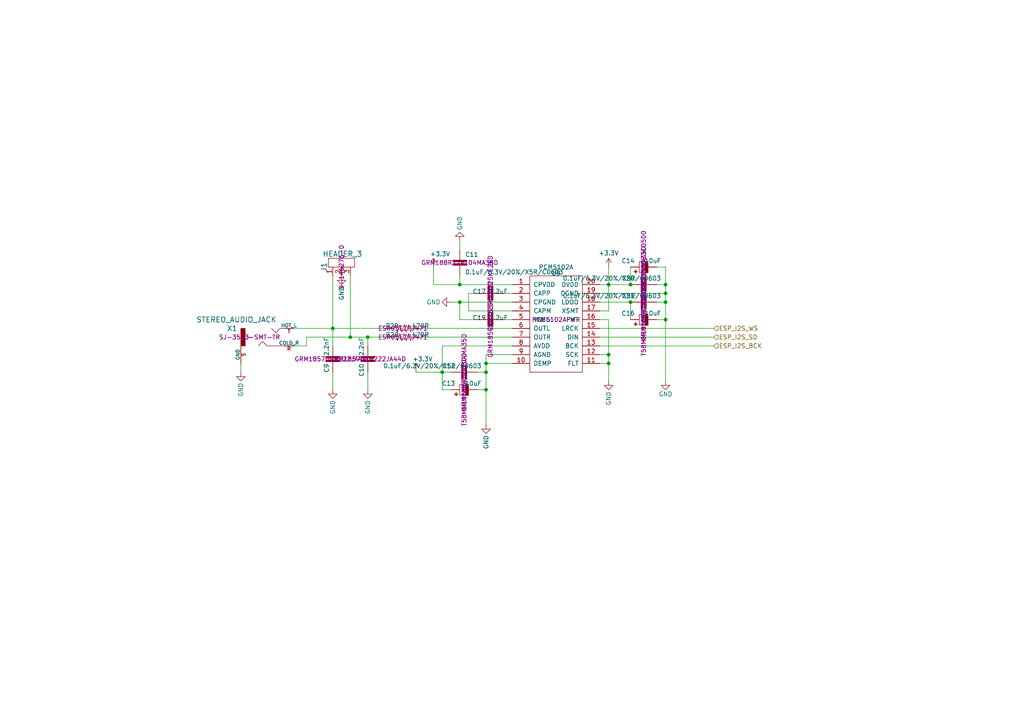
<source format=kicad_sch>
(kicad_sch (version 20250114) (generator "eeschema") (generator_version "9.0")
  (paper "A4")
  (lib_symbols
    (symbol "AgonLight2_Rev_B:+3.3V" (power) (pin_names (offset 0))
      (property "Value" "+3.3V" (at 0 3.556 0))
      (symbol "+3.3V_0_1"
        (polyline (pts (xy -0.762 1.27) (xy 0 2.54)))
        (polyline (pts (xy 0 2.54) (xy 0.762 1.27)))
        (polyline (pts (xy 0 0) (xy 0 2.54)))
      )
      (symbol "+3.3V_1_1"
        (pin power_in line (at 0 0 90) (length 0) (hide yes) (name "+3.3V") (number "1"))
      )
    )
    (symbol "AgonLight2_Rev_B:GND" (power) (pin_names (offset 0))
      (property "Value" "GND" (at 0 -3.81 0))
      (symbol "GND_0_1"
        (polyline (pts (xy 0 0) (xy 0 -1.27) (xy 1.27 -1.27) (xy 0 -2.54) (xy -1.27 -1.27) (xy 0 -1.27)))
      )
      (symbol "GND_1_1"
        (pin power_in line (at 0 0 270) (length 0) (hide yes) (name "GND") (number "1"))
      )
    )
    (symbol "pidac_5102A-rescue:CPOL_EU" (pin_numbers (hide yes)) (pin_names (offset 1.016) (hide yes))
      (property "Reference" "C" (at 1.143 1.7526 0))
      (property "Value" "CPOL_EU" (at 1.143 -3.3274 0))
      (symbol "CPOL_EU_1_0"
        (polyline (pts (xy -1.524 1.27) (xy -1.524 0.381)))
        (polyline (pts (xy -1.524 1.27) (xy 1.524 1.27)))
        (polyline (pts (xy -1.524 0.381) (xy 1.524 0.381)))
        (polyline (pts (xy 1.524 0.381) (xy 1.524 1.27)))
        (text "+" (at -1.2192 2.3114 1) (effects (font (size 1.27 1.27) (bold yes))))
      )
      (symbol "CPOL_EU_1_1"
        (rectangle (start -1.651 -1.27) (end 1.651 -0.381) (fill (type outline)))
        (pin passive line (at 0 3.81 270) (length 2.54) (name "+") (number "1"))
        (pin passive line (at 0 -3.81 90) (length 2.54) (name "-") (number "2"))
      )
    )
    (symbol "pidac_5102A-rescue:C_EU" (pin_numbers (hide yes)) (pin_names (offset 0) (hide yes))
      (property "Reference" "C" (at 1.524 1.651 0))
      (property "Value" "C_EU" (at 1.524 -3.429 0))
      (symbol "C_EU_1_0"
        (polyline (pts (xy 0 1.27) (xy 0 0.762)))
        (polyline (pts (xy 0 -1.27) (xy 0 -0.762)))
      )
      (symbol "C_EU_1_1"
        (rectangle (start -2.032 0.254) (end 2.032 0.762) (fill (type outline)))
        (rectangle (start -2.032 -0.762) (end 2.032 -0.254) (fill (type outline)))
        (pin passive line (at 0 3.81 270) (length 2.54) (name "1") (number "1"))
        (pin passive line (at 0 -3.81 90) (length 2.54) (name "2") (number "2"))
      )
    )
    (symbol "pidac_5102A-rescue:HEADER_3" (pin_names (offset 0))
      (property "Reference" "J" (at 0 5.08 0))
      (property "Value" "HEADER_3" (at 0 -5.08 0))
      (symbol "HEADER_3_0_1"
        (rectangle (start 2.54 3.81) (end 0 -3.81))
      )
      (symbol "HEADER_3_1_1"
        (pin passive line (at -2.54 2.54 0) (length 2.54) (name "~") (number "1"))
        (pin passive line (at -2.54 0 0) (length 2.54) (name "~") (number "2"))
        (pin passive line (at -2.54 -2.54 0) (length 2.54) (name "~") (number "3"))
      )
    )
    (symbol "pidac_5102A-rescue:PCM5102A" (pin_names (offset 1.016))
      (property "Reference" "U" (at 0 13.462 0))
      (property "Value" "PCM5102A" (at 0 15.24 0))
      (symbol "PCM5102A_0_1"
        (rectangle (start -7.62 12.7) (end 7.62 -15.24))
      )
      (symbol "PCM5102A_1_1"
        (pin power_in line (at -12.7 10.16 0) (length 5.08) (name "CPVDD") (number "1"))
        (pin output line (at -12.7 7.62 0) (length 5.08) (name "CAPP") (number "2"))
        (pin power_in line (at -12.7 5.08 0) (length 5.08) (name "CPGND") (number "3"))
        (pin output line (at -12.7 2.54 0) (length 5.08) (name "CAPM") (number "4"))
        (pin output line (at -12.7 0 0) (length 5.08) (name "VNEG") (number "5"))
        (pin output line (at -12.7 -2.54 0) (length 5.08) (name "OUTL") (number "6"))
        (pin output line (at -12.7 -5.08 0) (length 5.08) (name "OUTR") (number "7"))
        (pin power_in line (at -12.7 -7.62 0) (length 5.08) (name "AVDD") (number "8"))
        (pin power_in line (at -12.7 -10.16 0) (length 5.08) (name "AGND") (number "9"))
        (pin input line (at -12.7 -12.7 0) (length 5.08) (name "DEMP") (number "10"))
        (pin power_in line (at 12.7 10.16 180) (length 5.08) (name "DVDD") (number "20"))
        (pin power_in line (at 12.7 7.62 180) (length 5.08) (name "DGND") (number "19"))
        (pin power_out line (at 12.7 5.08 180) (length 5.08) (name "LDOO") (number "18"))
        (pin input line (at 12.7 2.54 180) (length 5.08) (name "XSMT") (number "17"))
        (pin input line (at 12.7 0 180) (length 5.08) (name "FMT") (number "16"))
        (pin input line (at 12.7 -2.54 180) (length 5.08) (name "LRCK") (number "15"))
        (pin input line (at 12.7 -5.08 180) (length 5.08) (name "DIN") (number "14"))
        (pin input line (at 12.7 -7.62 180) (length 5.08) (name "BCK") (number "13"))
        (pin input line (at 12.7 -10.16 180) (length 5.08) (name "SCK") (number "12"))
        (pin input line (at 12.7 -12.7 180) (length 5.08) (name "FLT") (number "11"))
      )
    )
    (symbol "pidac_5102A-rescue:R_US" (pin_numbers (hide yes)) (pin_names (offset 1.016) (hide yes))
      (property "Reference" "R" (at -3.81 1.4986 0))
      (property "Value" "R_US" (at -3.81 -3.302 0))
      (symbol "R_US_1_0"
        (polyline (pts (xy -2.54 0) (xy -2.159 1.016)))
        (polyline (pts (xy -2.159 1.016) (xy -1.524 -1.016)))
        (polyline (pts (xy -1.524 -1.016) (xy -0.889 1.016)))
        (polyline (pts (xy -0.889 1.016) (xy -0.254 -1.016)))
        (polyline (pts (xy -0.254 -1.016) (xy 0.381 1.016)))
        (polyline (pts (xy 0.381 1.016) (xy 1.016 -1.016)))
        (polyline (pts (xy 1.016 -1.016) (xy 1.651 1.016)))
        (polyline (pts (xy 1.651 1.016) (xy 2.286 -1.016)))
        (polyline (pts (xy 2.286 -1.016) (xy 2.54 0)))
      )
      (symbol "R_US_1_1"
        (pin passive line (at -5.08 0 0) (length 2.54) (name "1") (number "1"))
        (pin passive line (at 5.08 0 180) (length 2.54) (name "2") (number "2"))
      )
    )
    (symbol "pidac_5102A-rescue:STEREO_AUDIO_JACK" (pin_names (offset 0))
      (property "Reference" "X1" (at 5.08 2.54 0))
      (property "Value" "STEREO_AUDIO_JACK" (at 3.81 5.08 0))
      (property "Datasheet" "~" (at 0 0 0))
      (symbol "STEREO_AUDIO_JACK_0_1"
        (polyline (pts (xy -10.16 -2.54) (xy -10.16 -2.54)))
        (polyline (pts (xy -6.35 2.54) (xy -7.62 1.27) (xy -8.89 2.54) (xy -10.16 2.54)))
        (polyline (pts (xy -2.54 -2.54) (xy -3.81 -1.27) (xy -5.08 -2.54) (xy -10.16 -2.54)))
        (rectangle (start 2.54 -2.54) (end 1.27 2.54) (fill (type outline)))
      )
      (symbol "STEREO_AUDIO_JACK_1_1"
        (pin input line (at -12.7 2.54 0) (length 2.54) (name "HOT_L") (number "T"))
        (pin input line (at -12.7 -2.54 0) (length 2.54) (name "COLD_R") (number "R"))
        (pin input line (at 2.54 -7.62 90) (length 5.08) (name "GND") (number "S"))
      )
    )
  )
  (junction (at 140.97 113.03))
  (junction (at 176.53 105.41))
  (junction (at 193.04 82.55))
  (junction (at 140.97 105.41))
  (junction (at 133.35 87.63))
  (junction (at 193.04 85.09))
  (junction (at 106.68 97.79))
  (junction (at 176.53 102.87))
  (junction (at 193.04 92.71))
  (junction (at 193.04 87.63))
  (junction (at 182.88 82.55))
  (junction (at 133.35 82.55))
  (junction (at 140.97 107.95))
  (junction (at 128.27 107.95))
  (junction (at 176.53 82.55))
  (junction (at 182.88 87.63))
  (junction (at 101.6 97.79))
  (junction (at 96.52 95.25))
  (wire (pts (xy 130.81 113.03) (xy 128.27 113.03)))
  (wire (pts (xy 106.68 97.79) (xy 111.76 97.79)))
  (wire (pts (xy 140.97 107.95) (xy 140.97 113.03)))
  (wire (pts (xy 133.35 92.71) (xy 138.43 92.71)))
  (wire (pts (xy 173.99 105.41) (xy 176.53 105.41)))
  (wire (pts (xy 173.99 92.71) (xy 176.53 92.71)))
  (wire (pts (xy 128.27 100.33) (xy 128.27 107.95)))
  (wire (pts (xy 120.65 107.95) (xy 128.27 107.95)))
  (wire (pts (xy 138.43 107.95) (xy 140.97 107.95)))
  (wire (pts (xy 193.04 82.55) (xy 193.04 85.09)))
  (wire (pts (xy 190.5 77.47) (xy 193.04 77.47)))
  (wire (pts (xy 173.99 90.17) (xy 176.53 90.17)))
  (wire (pts (xy 125.73 82.55) (xy 133.35 82.55)))
  (wire (pts (xy 96.52 95.25) (xy 96.52 100.33)))
  (wire (pts (xy 176.53 82.55) (xy 182.88 82.55)))
  (wire (pts (xy 106.68 107.95) (xy 106.68 113.03)))
  (wire (pts (xy 193.04 87.63) (xy 193.04 85.09)))
  (wire (pts (xy 173.99 100.33) (xy 207.01 100.33)))
  (wire (pts (xy 133.35 82.55) (xy 148.59 82.55)))
  (wire (pts (xy 140.97 105.41) (xy 140.97 107.95)))
  (wire (pts (xy 121.92 95.25) (xy 148.59 95.25)))
  (wire (pts (xy 173.99 87.63) (xy 182.88 87.63)))
  (wire (pts (xy 121.92 97.79) (xy 148.59 97.79)))
  (wire (pts (xy 176.53 92.71) (xy 176.53 102.87)))
  (wire (pts (xy 176.53 90.17) (xy 176.53 82.55)))
  (wire (pts (xy 148.59 100.33) (xy 128.27 100.33)))
  (wire (pts (xy 148.59 102.87) (xy 140.97 102.87)))
  (wire (pts (xy 193.04 110.49) (xy 193.04 92.71)))
  (wire (pts (xy 88.9 100.33) (xy 85.09 100.33)))
  (wire (pts (xy 96.52 80.01) (xy 96.52 95.25)))
  (wire (pts (xy 146.05 92.71) (xy 148.59 92.71)))
  (wire (pts (xy 138.43 113.03) (xy 140.97 113.03)))
  (wire (pts (xy 182.88 87.63) (xy 182.88 92.71)))
  (wire (pts (xy 130.81 87.63) (xy 133.35 87.63)))
  (wire (pts (xy 173.99 95.25) (xy 207.01 95.25)))
  (wire (pts (xy 173.99 97.79) (xy 207.01 97.79)))
  (wire (pts (xy 190.5 92.71) (xy 193.04 92.71)))
  (wire (pts (xy 88.9 97.79) (xy 101.6 97.79)))
  (wire (pts (xy 85.09 95.25) (xy 96.52 95.25)))
  (wire (pts (xy 130.81 107.95) (xy 128.27 107.95)))
  (wire (pts (xy 133.35 87.63) (xy 148.59 87.63)))
  (wire (pts (xy 106.68 97.79) (xy 106.68 100.33)))
  (wire (pts (xy 88.9 97.79) (xy 88.9 100.33)))
  (wire (pts (xy 133.35 80.01) (xy 133.35 82.55)))
  (wire (pts (xy 193.04 77.47) (xy 193.04 82.55)))
  (wire (pts (xy 138.43 85.09) (xy 135.89 85.09)))
  (wire (pts (xy 133.35 92.71) (xy 133.35 87.63)))
  (wire (pts (xy 125.73 82.55) (xy 125.73 77.47)))
  (wire (pts (xy 173.99 102.87) (xy 176.53 102.87)))
  (wire (pts (xy 176.53 82.55) (xy 176.53 77.47)))
  (wire (pts (xy 148.59 105.41) (xy 140.97 105.41)))
  (wire (pts (xy 96.52 107.95) (xy 96.52 113.03)))
  (wire (pts (xy 101.6 80.01) (xy 101.6 97.79)))
  (wire (pts (xy 176.53 105.41) (xy 176.53 102.87)))
  (wire (pts (xy 128.27 107.95) (xy 128.27 113.03)))
  (wire (pts (xy 173.99 85.09) (xy 193.04 85.09)))
  (wire (pts (xy 140.97 102.87) (xy 140.97 105.41)))
  (wire (pts (xy 101.6 97.79) (xy 106.68 97.79)))
  (wire (pts (xy 140.97 113.03) (xy 140.97 123.19)))
  (wire (pts (xy 135.89 85.09) (xy 135.89 90.17)))
  (wire (pts (xy 135.89 90.17) (xy 148.59 90.17)))
  (wire (pts (xy 133.35 72.39) (xy 133.35 69.85)))
  (wire (pts (xy 193.04 87.63) (xy 190.5 87.63)))
  (wire (pts (xy 190.5 82.55) (xy 193.04 82.55)))
  (wire (pts (xy 176.53 105.41) (xy 176.53 110.49)))
  (wire (pts (xy 173.99 82.55) (xy 176.53 82.55)))
  (wire (pts (xy 193.04 92.71) (xy 193.04 87.63)))
  (wire (pts (xy 182.88 77.47) (xy 182.88 82.55)))
  (wire (pts (xy 96.52 95.25) (xy 111.76 95.25)))
  (wire (pts (xy 146.05 85.09) (xy 148.59 85.09)))
  (wire (pts (xy 69.85 105.41) (xy 69.85 107.95)))
  (hierarchical_label "ESP_I2S_SD" (shape input) (at 207.01 97.79 0))
  (hierarchical_label "ESP_I2S_BCK" (shape input) (at 207.01 100.33 0))
  (hierarchical_label "ESP_I2S_WS" (shape input) (at 207.01 95.25 0))
  (symbol (lib_id "AgonLight2_Rev_B:+3.3V") (at 125.73 77.47 0) (mirror y) (unit 1)
    (property "Reference" "#PWR020" (effects (hide yes)))
    (property "Value" "+3.3V" (at 127.635 73.66 0))
  )
  (symbol (lib_id "AgonLight2_Rev_B:GND") (at 69.85 107.95 0) (mirror y) (unit 1)
    (property "Reference" "#PWR088" (effects (hide yes)))
    (property "Value" "GND" (at 69.85 113.03 90))
  )
  (symbol (lib_id "AgonLight2_Rev_B:GND") (at 133.35 69.85 0) (mirror x) (unit 1)
    (property "Reference" "#PWR092" (effects (hide yes)))
    (property "Value" "GND" (at 133.35 64.77 90))
  )
  (symbol (lib_id "AgonLight2_Rev_B:GND") (at 96.52 113.03 0) (mirror y) (unit 1)
    (property "Reference" "#PWR079" (effects (hide yes)))
    (property "Value" "GND" (at 96.52 118.11 90))
  )
  (symbol (lib_id "pidac_5102A-rescue:CPOL_EU") (at 134.62 113.03 90) (unit 1)
    (property "Reference" "C13" (at 132.08 110.49 90) (effects (justify left bottom)))
    (property "Value" "10uF" (at 139.7 110.49 90) (effects (justify left bottom)))
    (property "Footprint" "HexAgonFootprintsLibrary:C_0603_5MIL_DWS" (effects (hide yes)))
    (property "MfgNumber" "T58MM106M6R3C0500" (at 134.62 113.03 0))
  )
  (symbol (lib_id "AgonLight2_Rev_B:+3.3V") (at 176.53 77.47 0) (mirror y) (unit 1)
    (property "Reference" "#PWR019" (effects (hide yes)))
    (property "Value" "+3.3V" (at 176.53 73.406 0))
  )
  (symbol (lib_id "AgonLight2_Rev_B:GND") (at 130.81 87.63 270) (mirror x) (unit 1)
    (property "Reference" "#PWR096" (effects (hide yes)))
    (property "Value" "GND" (at 125.73 87.63 90))
  )
  (symbol (lib_id "pidac_5102A-rescue:C_EU") (at 106.68 104.14 180) (unit 1)
    (property "Reference" "C10" (at 104.14 105.41 90) (effects (justify left bottom)))
    (property "Value" "2.2nF" (at 104.14 97.79 90) (effects (justify left bottom)))
    (property "Footprint" "HexAgonFootprintsLibrary:C_0603_5MIL_DWS" (effects (hide yes)))
    (property "MfgNumber" "GRM1857U1H222JA44D" (at 106.68 104.14 0))
  )
  (symbol (lib_id "pidac_5102A-rescue:CPOL_EU") (at 186.69 77.47 90) (unit 1)
    (property "Reference" "C14" (at 184.15 74.93 90) (effects (justify left bottom)))
    (property "Value" "10uF" (at 191.77 74.93 90) (effects (justify left bottom)))
    (property "Footprint" "HexAgonFootprintsLibrary:C_0603_5MIL_DWS" (effects (hide yes)))
    (property "MfgNumber" "T58MM106M6R3C0500" (at 186.69 77.47 0))
  )
  (symbol (lib_id "pidac_5102A-rescue:PCM5102A") (at 161.29 92.71 0) (unit 1)
    (property "Reference" "U9" (at 161.29 79.248 0))
    (property "Value" "PCM5102A" (at 161.29 77.47 0))
    (property "Footprint" "Package_SO:TSSOP-20_4.4x6.5mm_P0.65mm" (effects (hide yes)))
    (property "MfgNumber" "PCM5102APWR" (at 161.29 92.71 0))
  )
  (symbol (lib_id "AgonLight2_Rev_B:GND") (at 193.04 110.49 0) (mirror y) (unit 1)
    (property "Reference" "#PWR090" (effects (hide yes)))
    (property "Value" "GND" (at 193.04 114.3 0))
  )
  (symbol (lib_id "pidac_5102A-rescue:C_EU") (at 134.62 107.95 90) (unit 1)
    (property "Reference" "C12" (at 132.08 105.41 90) (effects (justify left bottom)))
    (property "Value" "0.1uF/6.3V/20%/X5R/C0603" (at 139.7 105.41 90) (effects (justify left bottom)))
    (property "Footprint" "HexAgonFootprintsLibrary:C_0603_5MIL_DWS" (effects (hide yes)))
    (property "MfgNumber" "GRM188R72A104MA35D" (at 134.62 107.95 0))
  )
  (symbol (lib_id "AgonLight2_Rev_B:+3.3V") (at 120.65 107.95 0) (mirror y) (unit 1)
    (property "Reference" "#PWR022" (effects (hide yes)))
    (property "Value" "+3.3V" (at 122.555 104.14 0))
  )
  (symbol (lib_id "pidac_5102A-rescue:C_EU") (at 186.69 82.55 90) (unit 1)
    (property "Reference" "C20" (at 184.15 80.01 90) (effects (justify left bottom)))
    (property "Value" "0.1uF/6.3V/20%/X5R/C0603" (at 191.77 80.01 90) (effects (justify left bottom)))
    (property "Footprint" "HexAgonFootprintsLibrary:C_0603_5MIL_DWS" (effects (hide yes)))
    (property "MfgNumber" "GRM188R72A104MA35D" (at 186.69 82.55 0))
  )
  (symbol (lib_id "pidac_5102A-rescue:HEADER_3") (at 99.06 77.47 90) (unit 1)
    (property "Reference" "J1" (at 93.98 77.47 0) (effects (font (size 1.524 1.524))))
    (property "Value" "HEADER_3" (at 99.314 73.66 90) (effects (font (size 1.524 1.524))))
    (property "Footprint" "Connector_PinHeader_2.54mm:PinHeader_1x03_P2.54mm_Vertical" (effects (hide yes)))
    (property "Datasheet" "~" (at 99.06 77.47 0) (effects (font (size 1.524 1.524))))
    (property "MfgNumber" "9-146276-0" (at 99.06 77.47 0))
  )
  (symbol (lib_id "pidac_5102A-rescue:C_EU") (at 133.35 76.2 0) (unit 1)
    (property "Reference" "C11" (at 134.874 74.549 0) (effects (justify left bottom)))
    (property "Value" "0.1uF/6.3V/20%/X5R/C0603" (at 134.874 79.629 0) (effects (justify left bottom)))
    (property "Footprint" "HexAgonFootprintsLibrary:C_0603_5MIL_DWS" (effects (hide yes)))
    (property "MfgNumber" "GRM188R72A104MA35D" (at 133.35 76.2 0))
  )
  (symbol (lib_id "pidac_5102A-rescue:C_EU") (at 186.69 87.63 90) (unit 1)
    (property "Reference" "C21" (at 184.15 85.09 90) (effects (justify left bottom)))
    (property "Value" "0.1uF/6.3V/20%/X5R/C0603" (at 191.77 85.09 90) (effects (justify left bottom)))
    (property "Footprint" "HexAgonFootprintsLibrary:C_0603_5MIL_DWS" (effects (hide yes)))
    (property "MfgNumber" "GRM188R72A104MA35D" (at 186.69 87.63 0))
  )
  (symbol (lib_id "pidac_5102A-rescue:C_EU") (at 142.24 92.71 90) (unit 1)
    (property "Reference" "C19" (at 140.97 91.44 90) (effects (justify left bottom)))
    (property "Value" "2.2uF" (at 147.32 91.44 90) (effects (justify left bottom)))
    (property "Footprint" "HexAgonFootprintsLibrary:C_0603_5MIL_DWS" (effects (hide yes)))
    (property "MfgNumber" "GRM185R60J225KE26D" (at 142.24 92.71 0))
  )
  (symbol (lib_id "AgonLight2_Rev_B:GND") (at 106.68 113.03 0) (mirror y) (unit 1)
    (property "Reference" "#PWR084" (effects (hide yes)))
    (property "Value" "GND" (at 106.68 118.11 90))
  )
  (symbol (lib_id "pidac_5102A-rescue:C_EU") (at 96.52 104.14 180) (unit 1)
    (property "Reference" "C9" (at 93.98 105.41 90) (effects (justify left bottom)))
    (property "Value" "2.2nF" (at 93.98 97.79 90) (effects (justify left bottom)))
    (property "Footprint" "HexAgonFootprintsLibrary:C_0603_5MIL_DWS" (effects (hide yes)))
    (property "MfgNumber" "GRM1857U1H222JA44D" (at 96.52 104.14 0))
  )
  (symbol (lib_id "pidac_5102A-rescue:R_US") (at 116.84 97.79 0) (unit 1)
    (property "Reference" "R22" (at 111.76 97.79 0) (effects (justify left bottom)))
    (property "Value" "470R" (at 119.38 97.79 0) (effects (justify left bottom)))
    (property "Footprint" "HexAgonFootprintsLibrary:R_0603_5MIL_DWS" (effects (hide yes)))
    (property "MfgNumber" "ESR03EZPJ471" (at 116.84 97.79 0))
  )
  (symbol (lib_id "pidac_5102A-rescue:R_US") (at 116.84 95.25 0) (unit 1)
    (property "Reference" "R20" (at 111.76 95.25 0) (effects (justify left bottom)))
    (property "Value" "470R" (at 119.38 95.25 0) (effects (justify left bottom)))
    (property "Footprint" "HexAgonFootprintsLibrary:R_0603_5MIL_DWS" (effects (hide yes)))
    (property "MfgNumber" "ESR03EZPJ471" (at 116.84 95.25 0))
  )
  (symbol (lib_id "AgonLight2_Rev_B:GND") (at 140.97 123.19 0) (mirror y) (unit 1)
    (property "Reference" "#PWR021" (effects (hide yes)))
    (property "Value" "GND" (at 140.97 128.27 90))
  )
  (symbol (lib_id "pidac_5102A-rescue:C_EU") (at 142.24 85.09 90) (unit 1)
    (property "Reference" "C17" (at 140.97 83.82 90) (effects (justify left bottom)))
    (property "Value" "2.2uF" (at 147.32 83.82 90) (effects (justify left bottom)))
    (property "Footprint" "HexAgonFootprintsLibrary:C_0603_5MIL_DWS" (effects (hide yes)))
    (property "MfgNumber" "GRM185R60J225KE26D" (at 142.24 85.09 0))
  )
  (symbol (lib_id "AgonLight2_Rev_B:GND") (at 99.06 80.01 0) (mirror y) (unit 1)
    (property "Reference" "#PWR089" (effects (hide yes)))
    (property "Value" "GND" (at 99.06 85.09 90))
  )
  (symbol (lib_id "pidac_5102A-rescue:STEREO_AUDIO_JACK") (at 72.39 97.79 0) (mirror y) (unit 1)
    (property "Reference" "X1" (at 67.31 95.25 0) (effects (font (size 1.524 1.524))))
    (property "Value" "STEREO_AUDIO_JACK" (at 68.58 92.71 0) (effects (font (size 1.524 1.524))))
    (property "Footprint" "Connector_Audio:Jack_3.5mm_CUI_SJ-3523-SMT_Horizontal" (effects (hide yes)))
    (property "Datasheet" "~" (at 72.39 97.79 0) (effects (font (size 1.524 1.524))))
    (property "MfgNumber" "SJ-3523-SMT-TR" (at 72.39 97.79 0))
  )
  (symbol (lib_id "AgonLight2_Rev_B:GND") (at 176.53 110.49 0) (mirror y) (unit 1)
    (property "Reference" "#PWR094" (effects (hide yes)))
    (property "Value" "GND" (at 176.53 115.57 90))
  )
  (symbol (lib_id "pidac_5102A-rescue:CPOL_EU") (at 186.69 92.71 90) (unit 1)
    (property "Reference" "C16" (at 184.15 90.17 90) (effects (justify left bottom)))
    (property "Value" "10uF" (at 191.77 90.17 90) (effects (justify left bottom)))
    (property "Footprint" "HexAgonFootprintsLibrary:C_0603_5MIL_DWS" (effects (hide yes)))
    (property "MfgNumber" "T58MM106M6R3C0500" (at 186.69 92.71 0))
  )
)
</source>
